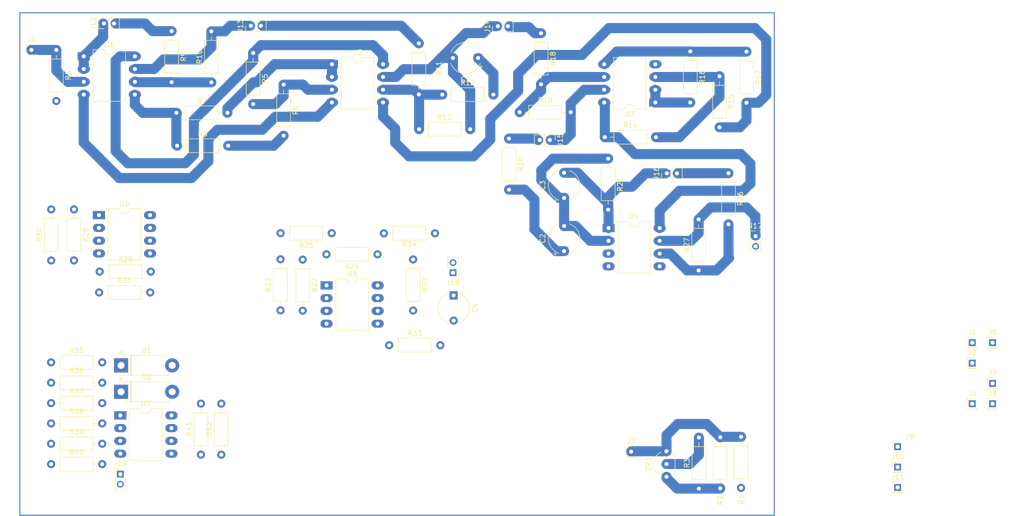
<source format=kicad_pcb>
(kicad_pcb (version 20221018) (generator pcbnew)
  (layers (0 "F.Cu" signal) (31 "B.Cu" signal) (34 "B.Paste" user) (35 "F.Paste" user) (36 "B.SilkS" user "B.Silkscreen") (37 "F.SilkS" user "F.Silkscreen") (38 "B.Mask" user) (39 "F.Mask" user) (44 "Edge.Cuts" user))
  (net 0 "")
  (net 1 "Net-(C1-Pad1)")
  (net 2 "Net-(J14-Pin_1)")
  (net 3 "Net-(C2-Pad1)")
  (net 4 "Net-(U4A--)")
  (net 5 "Net-(J16-Pin_1)")
  (net 6 "Net-(C4-Pad1)")
  (net 7 "Net-(J18-Pin_1)")
  (net 8 "Net-(D1-K)")
  (net 9 "Net-(D1-A)")
  (net 10 "Net-(D2-K)")
  (net 11 "+15V")
  (net 12 "Net-(J3-Pin_1)")
  (net 13 "-15V")
  (net 14 "INPUT")
  (net 15 "out")
  (net 16 "GND")
  (net 17 "Net-(J12-Pin_1)")
  (net 18 "out_E1")
  (net 19 "Net-(J13-Pin_1)")
  (net 20 "out_E2")
  (net 21 "out_E3")
  (net 22 "Net-(J15-Pin_1)")
  (net 23 "out_E4")
  (net 24 "out_E5")
  (net 25 "Net-(J17-Pin_1)")
  (net 26 "out_E6")
  (net 27 "out_E7")
  (net 28 "Net-(J19-Pin_1)")
  (net 29 "out_E8")
  (net 30 "Net-(ZP1-REF)")
  (net 31 "Net-(U2A-+)")
  (net 32 "Net-(U1B-+)")
  (net 33 "Net-(U2A--)")
  (net 34 "Net-(U1B--)")
  (net 35 "Net-(U2B--)")
  (net 36 "Net-(U3A-+)")
  (net 37 "Net-(U3B-+)")
  (net 38 "Net-(U3A--)")
  (net 39 "Net-(U3B--)")
  (net 40 "Net-(U5A-+)")
  (net 41 "Net-(U4B-+)")
  (net 42 "Net-(U5A--)")
  (net 43 "Net-(U4B--)")
  (net 44 "Net-(U6A-+)")
  (net 45 "Net-(U5B-+)")
  (net 46 "Net-(U6A--)")
  (net 47 "Net-(U5B--)")
  (net 48 "Net-(U6B--)")
  (net 49 "Net-(U7A--)")
  (net 50 "Net-(U7B--)")
  (footprint "Resistor_THT:R_Axial_DIN0207_L6.3mm_D2.5mm_P10.16mm_Horizontal" (layer "F.Cu") (at 21.22 97.67)
    (fp_text reference "R37")
    (fp_text value "100k")
  )
  (footprint "Resistor_THT:R_Axial_DIN0207_L6.3mm_D2.5mm_P10.16mm_Horizontal" (layer "F.Cu") (at 21.22 105.77)
    (fp_text reference "R39")
    (fp_text value "100k")
  )
  (footprint "Resistor_THT:R_Axial_DIN0207_L6.3mm_D2.5mm_P10.16mm_Horizontal" (layer "F.Cu") (at 114.37 39.78)
    (fp_text reference "R19")
    (fp_text value "47k")
  )
  (footprint "Resistor_THT:R_Axial_DIN0207_L6.3mm_D2.5mm_P10.16mm_Horizontal" (layer "F.Cu") (at 53.08 33.85 90)
    (fp_text reference "R10")
    (fp_text value "100k")
  )
  (footprint "Connector_PinHeader_2.00mm:PinHeader_1x01_P2.00mm_Vertical" (layer "F.Cu") (at 189.52 106.36)
    (fp_text reference "J9")
    (fp_text value "Conn_01x01_Pin")
  )
  (footprint "Resistor_THT:R_Axial_DIN0207_L6.3mm_D2.5mm_P10.16mm_Horizontal" (layer "F.Cu") (at 88.44 86.16)
    (fp_text reference "R33")
    (fp_text value "42k")
  )
  (footprint "Resistor_THT:R_Axial_DIN0207_L6.3mm_D2.5mm_P10.16mm_Horizontal" (layer "F.Cu") (at 149.96 71.27 90)
    (fp_text reference "R27")
    (fp_text value "50k")
  )
  (footprint "Resistor_THT:R_Axial_DIN0207_L6.3mm_D2.5mm_P10.16mm_Horizontal" (layer "F.Cu") (at 98.99 36.29)
    (fp_text reference "R12")
    (fp_text value "100")
  )
  (footprint "Resistor_THT:R_Axial_DIN0207_L6.3mm_D2.5mm_P10.16mm_Horizontal" (layer "F.Cu") (at 158.39 114.54 90)
    (fp_text reference "R1")
    (fp_text value "15k")
  )
  (footprint "Package_DIP:DIP-8_W10.16mm_LongPads" (layer "F.Cu") (at 27.715 28.66)
    (fp_text reference "U1")
    (fp_text value "TL082")
  )
  (footprint "Connector_PinHeader_2.00mm:PinHeader_1x01_P2.00mm_Vertical" (layer "F.Cu") (at 17.305 27.39)
    (fp_text reference "J6")
    (fp_text value "Conn_01x01_Pin")
  )
  (footprint "Package_DIP:DIP-8_W10.16mm_LongPads" (layer "F.Cu") (at 141.345 37.86 180)
    (fp_text reference "U3")
    (fp_text value "TL082")
  )
  (footprint "Resistor_THT:R_Axial_DIN0207_L6.3mm_D2.5mm_P10.16mm_Horizontal" (layer "F.Cu") (at 21.22 89.57)
    (fp_text reference "R35")
    (fp_text value "100k")
  )
  (footprint "Resistor_THT:R_Axial_DIN0207_L6.3mm_D2.5mm_P10.16mm_Horizontal" (layer "F.Cu") (at 21.22 109.82)
    (fp_text reference "R40")
    (fp_text value "100k")
  )
  (footprint "Connector_PinHeader_2.00mm:PinHeader_1x01_P2.00mm_Vertical" (layer "F.Cu") (at 204.35 97.81)
    (fp_text reference "J4")
    (fp_text value "Conn_01x01_Pin")
  )
  (footprint "Resistor_THT:R_Axial_DIN0207_L6.3mm_D2.5mm_P10.16mm_Horizontal" (layer "F.Cu") (at 150.01 114.69 90)
    (fp_text reference "R3")
    (fp_text value "15k")
  )
  (footprint "Package_DIP:DIP-8_W10.16mm_LongPads" (layer "F.Cu") (at 30.735 60.27)
    (fp_text reference "U6")
    (fp_text value "TL082")
  )
  (footprint "Connector_PinHeader_2.00mm:PinHeader_1x01_P2.00mm_Vertical" (layer "F.Cu") (at 208.4 93.76)
    (fp_text reference "J7")
    (fp_text value "Conn_01x01_Pin")
  )
  (footprint "Resistor_THT:R_Axial_DIN0207_L6.3mm_D2.5mm_P10.16mm_Horizontal" (layer "F.Cu") (at 159.47 27.74 -90)
    (fp_text reference "R17")
    (fp_text value "47k")
  )
  (footprint "Package_TO_SOT_THT:TO-92L_Inline_Wide" (layer "F.Cu") (at 143.57 112.34 90)
    (fp_text reference "ZP1")
    (fp_text value "TL431LP")
  )
  (footprint "Resistor_THT:R_Axial_DIN0207_L6.3mm_D2.5mm_P10.16mm_Horizontal" (layer "F.Cu") (at 148.3 27.7 -90)
    (fp_text reference "R16")
    (fp_text value "10k")
  )
  (footprint "Resistor_THT:R_Axial_DIN0207_L6.3mm_D2.5mm_P10.16mm_Horizontal" (layer "F.Cu") (at 154.11 32.63 -90)
    (fp_text reference "R15")
    (fp_text value "2k")
  )
  (footprint "Connector_PinHeader_2.00mm:PinHeader_1x02_P2.00mm_Vertical" (layer "F.Cu") (at 161.29 64.47)
    (fp_text reference "J17")
    (fp_text value "Conn_01x02")
  )
  (footprint "Connector_PinHeader_2.00mm:PinHeader_1x02_P2.00mm_Vertical" (layer "F.Cu") (at 31.735 22.13 90)
    (fp_text reference "J12")
    (fp_text value "Conn_01x02")
  )
  (footprint "Package_DIP:DIP-8_W10.16mm_LongPads" (layer "F.Cu") (at 75.985 74.25)
    (fp_text reference "U5")
    (fp_text value "TL082")
  )
  (footprint "Resistor_THT:R_Axial_DIN0207_L6.3mm_D2.5mm_P10.16mm_Horizontal" (layer "F.Cu") (at 67.45 34.3 -90)
    (fp_text reference "R6")
    (fp_text value "2k")
  )
  (footprint "Package_DIP:DIP-8_W10.16mm_LongPads" (layer "F.Cu") (at 132.045 62.84)
    (fp_text reference "U4")
    (fp_text value "TL082")
  )
  (footprint "Diode_THT:D_5W_P10.16mm_Horizontal" (layer "F.Cu") (at 35.13 90.17)
    (fp_text reference "D1")
    (fp_text value "1N914")
  )
  (footprint "Resistor_THT:R_Axial_DIN0207_L6.3mm_D2.5mm_P10.16mm_Horizontal" (layer "F.Cu") (at 131.97 49.03 -90)
    (fp_text reference "R21")
    (fp_text value "63k")
  )
  (footprint "Resistor_THT:R_Axial_DIN0207_L6.3mm_D2.5mm_P10.16mm_Horizontal" (layer "F.Cu") (at 66.83 79.22 90)
    (fp_text reference "R23")
    (fp_text value "2k")
  )
  (footprint "Resistor_THT:R_Axial_DIN0207_L6.3mm_D2.5mm_P10.16mm_Horizontal" (layer "F.Cu") (at 30.77 75.66)
    (fp_text reference "R31")
    (fp_text value "100k")
  )
  (footprint "Capacitor_THT:CP_Radial_Tantal_D6.0mm_P5.00mm" (layer "F.Cu") (at 123.21 56.84 90)
    (fp_text reference "C3")
    (fp_text value "56pF")
  )
  (footprint "Resistor_THT:R_Axial_DIN0207_L6.3mm_D2.5mm_P10.16mm_Horizontal" (layer "F.Cu") (at 51.01 107.94 90)
    (fp_text reference "R41")
    (fp_text value "100k")
  )
  (footprint "Connector_PinHeader_2.00mm:PinHeader_1x01_P2.00mm_Vertical" (layer "F.Cu") (at 189.52 114.46)
    (fp_text reference "J11")
    (fp_text value "Conn_01x01_Pin")
  )
  (footprint "Resistor_THT:R_Axial_DIN0207_L6.3mm_D2.5mm_P10.16mm_Horizontal" (layer "F.Cu") (at 131.31 44.76)
    (fp_text reference "R14")
    (fp_text value "12k")
  )
  (footprint "Connector_PinHeader_2.00mm:PinHeader_1x02_P2.00mm_Vertical" (layer "F.Cu") (at 60.93 22.59 90)
    (fp_text reference "J13")
    (fp_text value "Conn_01x02")
  )
  (footprint "Diode_THT:D_5W_P10.16mm_Horizontal" (layer "F.Cu") (at 35.13 95.42)
    (fp_text reference "D2")
    (fp_text value "1N914")
  )
  (footprint "Capacitor_THT:CP_Radial_Tantal_D6.0mm_P5.00mm" (layer "F.Cu") (at 101.25 76.25 -90)
    (fp_text reference "C4")
    (fp_text value "10nF")
  )
  (footprint "Resistor_THT:R_Axial_DIN0207_L6.3mm_D2.5mm_P10.16mm_Horizontal" (layer "F.Cu") (at 21.22 101.72)
    (fp_text reference "R38")
    (fp_text value "100k")
  )
  (footprint "Resistor_THT:R_Axial_DIN0207_L6.3mm_D2.5mm_P10.16mm_Horizontal" (layer "F.Cu") (at 30.88 71.51)
    (fp_text reference "R29")
    (fp_text value "2k")
  )
  (footprint "Resistor_THT:R_Axial_DIN0207_L6.3mm_D2.5mm_P10.16mm_Horizontal" (layer "F.Cu") (at 55.06 107.94 90)
    (fp_text reference "R42")
    (fp_text value "100k")
  )
  (footprint "Resistor_THT:R_Axial_DIN0207_L6.3mm_D2.5mm_P10.16mm_Horizontal" (layer "F.Cu") (at 93.2 69.09 -90)
    (fp_text reference "R32")
    (fp_text value "56k")
  )
  (footprint "Connector_PinHeader_2.00mm:PinHeader_1x01_P2.00mm_Vertical" (layer "F.Cu") (at 189.52 110.41)
    (fp_text reference "J10")
    (fp_text value "Conn_01x01_Pin")
  )
  (footprint "Resistor_THT:R_Axial_DIN0207_L6.3mm_D2.5mm_P10.16mm_Horizontal" (layer "F.Cu") (at 21.25 69.29 90)
    (fp_text reference "R30")
    (fp_text value "100k")
  )
  (footprint "Package_DIP:DIP-8_W10.16mm_LongPads" (layer "F.Cu") (at 77.055 30.23)
    (fp_text reference "U2")
    (fp_text value "TL082")
  )
  (footprint "Capacitor_THT:CP_Radial_Tantal_D6.0mm_P5.00mm" (layer "F.Cu") (at 106.11 29 180)
    (fp_text reference "C1")
    (fp_text value "12nF")
  )
  (footprint "Resistor_THT:R_Axial_DIN0207_L6.3mm_D2.5mm_P10.16mm_Horizontal" (layer "F.Cu") (at 71.25 69.12 -90)
    (fp_text reference "R22")
    (fp_text value "13k")
  )
  (footprint "Connector_PinHeader_2.00mm:PinHeader_1x02_P2.00mm_Vertical" (layer "F.Cu") (at 143.64 51.95 90)
    (fp_text reference "J16")
    (fp_text value "Conn_01x02")
  )
  (footprint "Connector_PinHeader_2.00mm:PinHeader_1x02_P2.00mm_Vertical" (layer "F.Cu") (at 34.98 111.82)
    (fp_text reference "J19")
    (fp_text value "Conn_01x02")
  )
  (footprint "Capacitor_THT:CP_Radial_Tantal_D6.0mm_P5.00mm" (layer "F.Cu") (at 123.21 67.43 90)
    (fp_text reference "C2")
    (fp_text value "1nF")
  )
  (footprint "Connector_PinHeader_2.00mm:PinHeader_1x01_P2.00mm_Vertical" (layer "F.Cu") (at 204.35 89.71)
    (fp_text reference "J2")
    (fp_text value "Conn_01x01_Pin")
  )
  (footprint "Resistor_THT:R_Axial_DIN0207_L6.3mm_D2.5mm_P10.16mm_Horizontal" (layer "F.Cu") (at 94.33 26.09 -90)
    (fp_text reference "R11")
    (fp_text value "10k")
  )
  (footprint "Resistor_THT:R_Axial_DIN0207_L6.3mm_D2.5mm_P10.16mm_Horizontal" (layer "F.Cu") (at 46.27 46.45)
    (fp_text reference "R8")
    (fp_text value "100k")
  )
  (footprint "Resistor_THT:R_Axial_DIN0207_L6.3mm_D2.5mm_P10.16mm_Horizontal" (layer "F.Cu") (at 45.18 23.65 -90)
    (fp_text reference "R9")
    (fp_text value "100k")
  )
  (footprint "Resistor_THT:R_Axial_DIN0207_L6.3mm_D2.5mm_P10.16mm_Horizontal" (layer "F.Cu") (at 25.77 59.13 -90)
    (fp_text reference "R28")
    (fp_text value "13k")
  )
  (footprint "Connector_PinHeader_2.00mm:PinHeader_1x01_P2.00mm_Vertical" (layer "F.Cu") (at 136.54 107.33)
    (fp_text reference "J3")
    (fp_text value "Conn_01x01_Pin")
  )
  (footprint "Resistor_THT:R_Axial_DIN0207_L6.3mm_D2.5mm_P10.16mm_Horizontal" (layer "F.Cu") (at 112.25 45.04 -90)
    (fp_text reference "R20")
    (fp_text value "4.7K")
  )
  (footprint "Resistor_THT:R_Axial_DIN0207_L6.3mm_D2.5mm_P10.16mm_Horizontal" (layer "F.Cu") (at 155.89 51.92 -90)
    (fp_text reference "R26")
    (fp_text value "100k")
  )
  (footprint "Connector_PinHeader_2.00mm:PinHeader_1x02_P2.00mm_Vertical" (layer "F.Cu") (at 110.04 22.67 90)
    (fp_text reference "J14")
    (fp_text value "Conn_01x02")
  )
  (footprint "Connector_PinHeader_2.00mm:PinHeader_1x01_P2.00mm_Vertical" (layer "F.Cu") (at 208.4 85.66)
    (fp_text reference "J5")
    (fp_text value "Conn_01x01_Pin")
  )
  (footprint "Connector_PinHeader_2.00mm:PinHeader_1x01_P2.00mm_Vertical" (layer "F.Cu") (at 204.35 85.66)
    (fp_text reference "J1")
    (fp_text value "Conn_01x01_Pin")
  )
  (footprint "Connector_PinHeader_2.00mm:PinHeader_1x02_P2.00mm_Vertical" (layer "F.Cu") (at 101.13 71.73 180)
    (fp_text reference "J18")
    (fp_text value "Conn_01x02")
  )
  (footprint "Resistor_THT:R_Axial_DIN0207_L6.3mm_D2.5mm_P10.16mm_Horizontal" (layer "F.Cu") (at 154.25 104.47 -90)
    (fp_text reference "R2")
    (fp_text value "15k")
  )
  (footprint "Resistor_THT:R_Axial_DIN0207_L6.3mm_D2.5mm_P10.16mm_Horizontal" (layer "F.Cu") (at 22.255 27.4 -90)
    (fp_text reference "R4")
    (fp_text value "15k")
  )
  (footprint "Resistor_THT:R_Axial_DIN0207_L6.3mm_D2.5mm_P10.16mm_Horizontal" (layer "F.Cu") (at 94.38 43.18)
    (fp_text reference "R13")
    (fp_text value "100k")
  )
  (footprint "Resistor_THT:R_Axial_DIN0207_L6.3mm_D2.5mm_P10.16mm_Horizontal" (layer "F.Cu") (at 46.12 39.91)
    (fp_text reference "R7")
    (fp_text value "100k")
  )
  (footprint "Resistor_THT:R_Axial_DIN0207_L6.3mm_D2.5mm_P10.16mm_Horizontal" (layer "F.Cu") (at 77.01 63.86 180)
    (fp_text reference "R25")
    (fp_text value "100k")
  )
  (footprint "Resistor_THT:R_Axial_DIN0207_L6.3mm_D2.5mm_P10.16mm_Horizontal" (layer "F.Cu") (at 118.63 24.06 -90)
    (fp_text reference "R18")
    (fp_text value "10k")
  )
  (footprint "Resistor_THT:R_Axial_DIN0207_L6.3mm_D2.5mm_P10.16mm_Horizontal" (layer "F.Cu") (at 97.54 63.89 180)
    (fp_text reference "R34")
    (fp_text value "470")
  )
  (footprint "Connector_PinHeader_2.00mm:PinHeader_1x02_P2.00mm_Vertical" (layer "F.Cu") (at 120.37 45.32 -90)
    (fp_text reference "J15")
    (fp_text value "Conn_01x02")
  )
  (footprint "Resistor_THT:R_Axial_DIN0207_L6.3mm_D2.5mm_P10.16mm_Horizontal" (layer "F.Cu") (at 61.39 28.01 -90)
    (fp_text reference "R5")
    (fp_text value "18k")
  )
  (footprint "Connector_PinHeader_2.00mm:PinHeader_1x01_P2.00mm_Vertical" (layer "F.Cu") (at 208.4 97.81)
    (fp_text reference "J8")
    (fp_text value "Conn_01x01_Pin")
  )
  (footprint "Resistor_THT:R_Axial_DIN0207_L6.3mm_D2.5mm_P10.16mm_Horizontal" (layer "F.Cu") (at 86.12 68.07 180)
    (fp_text reference "R24")
    (fp_text value "100k")
  )
  (footprint "Package_DIP:DIP-8_W10.16mm_LongPads" (layer "F.Cu") (at 34.98 100.12)
    (fp_text reference "U7")
    (fp_text value "TL082")
  )
  (footprint "Resistor_THT:R_Axial_DIN0207_L6.3mm_D2.5mm_P10.16mm_Horizontal" (layer "F.Cu") (at 21.22 93.62)
    (fp_text reference "R36")
    (fp_text value "100k")
  )
  (gr_line (start 15 120) (end 165 120) (stroke (width 0.2)) (layer "B.Cu"))
  (gr_line (start 15 20) (end 15 120) (stroke (width 0.2)) (layer "B.Cu"))
  (gr_line (start 165 20) (end 165 120) (stroke (width 0.2)) (layer "B.Cu"))
  (gr_line (start 15 20) (end 165 20) (stroke (width 0.2)) (layer "B.Cu"))
  (segment (start 109.15 36.29) (end 109.15 32.04) (width 2) (layer "B.Cu") (net 1))
  (segment (start 109.15 32.04) (end 106.11 29) (width 2) (layer "B.Cu") (net 1))
  (segment (start 104.54 43.18) (end 104.54 35.34) (width 2) (layer "B.Cu") (net 2))
  (segment (start 101.11 31.91) (end 101.11 29) (width 2) (layer "B.Cu") (net 2))
  (segment (start 107.12 24.04) (end 108.49 22.67) (width 2) (layer "B.Cu") (net 2))
  (segment (start 96.47 31.23) (end 91.31 31.23) (width 2) (layer "B.Cu") (net 2))
  (segment (start 87.215 32.77) (end 89.77 32.77) (width 2) (layer "B.Cu") (net 2))
  (segment (start 104.54 35.34) (end 101.11 31.91) (width 2) (layer "B.Cu") (net 2))
  (segment (start 103.72 24.04) (end 98.76 29) (width 2) (layer "B.Cu") (net 2))
  (segment (start 107.12 24.04) (end 103.72 24.04) (width 2) (layer "B.Cu") (net 2))
  (segment (start 98.76 29) (end 96.5 31.26) (width 2) (layer "B.Cu") (net 2))
  (segment (start 89.77 32.77) (end 91.31 31.23) (width 2) (layer "B.Cu") (net 2))
  (segment (start 108.49 22.67) (end 109.865 22.67) (width 2) (layer "B.Cu") (net 2))
  (segment (start 96.5 31.26) (end 96.47 31.23) (width 2) (layer "B.Cu") (net 2))
  (segment (start 101.11 29) (end 98.76 29) (width 2) (layer "B.Cu") (net 2))
  (segment (start 117.31 63.06) (end 117.31 57.16) (width 2) (layer "B.Cu") (net 3))
  (segment (start 123.21 67.43) (end 121.68 67.43) (width 2) (layer "B.Cu") (net 3))
  (segment (start 117.31 57.16) (end 115.35 55.2) (width 2) (layer "B.Cu") (net 3))
  (segment (start 121.68 67.43) (end 117.31 63.06) (width 2) (layer "B.Cu") (net 3))
  (segment (start 115.35 55.2) (end 112.25 55.2) (width 2) (layer "B.Cu") (net 3))
  (segment (start 118.68 53.31) (end 122.21 56.84) (width 2) (layer "B.Cu") (net 4))
  (segment (start 120.99 49.03) (end 118.68 51.34) (width 2) (layer "B.Cu") (net 4))
  (segment (start 132.045 65.38) (end 128.41 65.38) (width 2) (layer "B.Cu") (net 4))
  (segment (start 123.21 56.84) (end 123.21 62.43) (width 2) (layer "B.Cu") (net 4))
  (segment (start 131.97 49.03) (end 120.99 49.03) (width 2) (layer "B.Cu") (net 4))
  (segment (start 122.21 56.84) (end 123.21 56.84) (width 2) (layer "B.Cu") (net 4))
  (segment (start 125.46 62.43) (end 123.21 62.43) (width 2) (layer "B.Cu") (net 4))
  (segment (start 118.68 51.34) (end 118.68 53.31) (width 2) (layer "B.Cu") (net 4))
  (segment (start 128.41 65.38) (end 125.46 62.43) (width 2) (layer "B.Cu") (net 4))
  (segment (start 132.045 59.265) (end 131.97 59.19) (width 2) (layer "B.Cu") (net 5))
  (segment (start 136.7 54.62) (end 139.37 51.95) (width 2) (layer "B.Cu") (net 5))
  (segment (start 131.97 59.19) (end 131.97 56.65) (width 2) (layer "B.Cu") (net 5))
  (segment (start 125.88 51.84) (end 123.21 51.84) (width 2) (layer "B.Cu") (net 5))
  (segment (start 131.97 57.93) (end 125.88 51.84) (width 2) (layer "B.Cu") (net 5))
  (segment (start 134 54.62) (end 136.7 54.62) (width 2) (layer "B.Cu") (net 5))
  (segment (start 131.97 59.19) (end 131.97 57.93) (width 2) (layer "B.Cu") (net 5))
  (segment (start 131.97 56.65) (end 134 54.62) (width 2) (layer "B.Cu") (net 5))
  (segment (start 139.37 51.95) (end 143.315 51.95) (width 2) (layer "B.Cu") (net 5))
  (segment (start 132.045 62.84) (end 132.045 59.265) (width 2) (layer "B.Cu") (net 5))
  (segment (start 51.49 39.45) (end 49.61 41.33) (width 2) (layer "B.Cu") (net 11))
  (segment (start 34.92 28.66) (end 37.875 28.66) (width 2) (layer "B.Cu") (net 11))
  (segment (start 87.215 30.23) (end 87.215 28.455) (width 2) (layer "B.Cu") (net 11))
  (segment (start 61.39 28.01) (end 61.39 29.6) (width 2) (layer "B.Cu") (net 11))
  (segment (start 160.16 54.02) (end 158.76 55.42) (width 2) (layer "B.Cu") (net 11))
  (segment (start 160.26 50.04) (end 160.26 54.02) (width 2) (layer "B.Cu") (net 11))
  (segment (start 131.31 44.76) (end 131.31 37.985) (width 2) (layer "B.Cu") (net 11))
  (segment (start 49.61 41.33) (end 49.61 48.22) (width 2) (layer "B.Cu") (net 11))
  (segment (start 133.93 44.76) (end 137.29 48.12) (width 2) (layer "B.Cu") (net 11))
  (segment (start 131.31 44.76) (end 133.93 44.76) (width 2) (layer "B.Cu") (net 11))
  (segment (start 47.9 49.93) (end 36.45 49.93) (width 2) (layer "B.Cu") (net 11))
  (segment (start 87.215 28.455) (end 85.2 26.44) (width 2) (layer "B.Cu") (net 11))
  (segment (start 51.54 39.45) (end 51.49 39.45) (width 2) (layer "B.Cu") (net 11))
  (segment (start 158.76 55.42) (end 146.16 55.42) (width 2) (layer "B.Cu") (net 11))
  (segment (start 142.205 59.375) (end 142.205 62.84) (width 2) (layer "B.Cu") (net 11))
  (segment (start 61.39 29.6) (end 51.54 39.45) (width 2) (layer "B.Cu") (net 11))
  (segment (start 34.05 29.53) (end 34.92 28.66) (width 2) (layer "B.Cu") (net 11))
  (segment (start 62.96 26.44) (end 61.39 28.01) (width 2) (layer "B.Cu") (net 11))
  (segment (start 49.61 48.22) (end 47.9 49.93) (width 2) (layer "B.Cu") (net 11))
  (segment (start 146.16 55.42) (end 142.205 59.375) (width 2) (layer "B.Cu") (net 11))
  (segment (start 160.26 54.02) (end 160.16 54.02) (width 2) (layer "B.Cu") (net 11))
  (segment (start 36.45 49.93) (end 34.05 47.53) (width 2) (layer "B.Cu") (net 11))
  (segment (start 85.2 26.44) (end 62.96 26.44) (width 2) (layer "B.Cu") (net 11))
  (segment (start 158.34 48.12) (end 160.26 50.04) (width 2) (layer "B.Cu") (net 11))
  (segment (start 137.29 48.12) (end 158.34 48.12) (width 2) (layer "B.Cu") (net 11))
  (segment (start 131.31 37.985) (end 131.185 37.86) (width 2) (layer "B.Cu") (net 11))
  (segment (start 34.05 47.53) (end 34.05 29.53) (width 2) (layer "B.Cu") (net 11))
  (segment (start 143.57 107.26) (end 143.57 104.06) (width 2) (layer "B.Cu") (net 12))
  (segment (start 143.57 107.26) (end 136.61 107.26) (width 2) (layer "B.Cu") (net 12))
  (segment (start 158.39 104.38) (end 154.34 104.38) (width 2) (layer "B.Cu") (net 12))
  (segment (start 145.8 101.83) (end 151.61 101.83) (width 2) (layer "B.Cu") (net 12))
  (segment (start 136.61 107.26) (end 136.54 107.33) (width 2) (layer "B.Cu") (net 12))
  (segment (start 154.34 104.38) (end 154.25 104.47) (width 2) (layer "B.Cu") (net 12))
  (segment (start 151.61 101.83) (end 154.25 104.47) (width 2) (layer "B.Cu") (net 12))
  (segment (start 143.57 104.06) (end 145.8 101.83) (width 2) (layer "B.Cu") (net 12))
  (segment (start 52.49 45.1) (end 52.49 49.53) (width 2) (layer "B.Cu") (net 13))
  (segment (start 34.76 52.88) (end 27.715 45.835) (width 2) (layer "B.Cu") (net 13))
  (segment (start 27.715 45.835) (end 27.715 36.28) (width 2) (layer "B.Cu") (net 13))
  (segment (start 77.055 37.85) (end 74.235 40.67) (width 2) (layer "B.Cu") (net 13))
  (segment (start 65.79 40.7) (end 63.21 43.28) (width 2) (layer "B.Cu") (net 13))
  (segment (start 52.49 49.53) (end 49.14 52.88) (width 2) (layer "B.Cu") (net 13))
  (segment (start 68.51 40.67) (end 68.48 40.7) (width 2) (layer "B.Cu") (net 13))
  (segment (start 63.21 43.28) (end 54.31 43.28) (width 2) (layer "B.Cu") (net 13))
  (segment (start 74.235 40.67) (end 68.51 40.67) (width 2) (layer "B.Cu") (net 13))
  (segment (start 49.14 52.88) (end 34.76 52.88) (width 2) (layer "B.Cu") (net 13))
  (segment (start 54.31 43.28) (end 52.49 45.1) (width 2) (layer "B.Cu") (net 13))
  (segment (start 68.48 40.7) (end 65.79 40.7) (width 2) (layer "B.Cu") (net 13))
  (segment (start 17.315 27.4) (end 17.305 27.39) (width 2) (layer "B.Cu") (net 14))
  (segment (start 22.255 31.48) (end 24.515 33.74) (width 2) (layer "B.Cu") (net 14))
  (segment (start 22.255 27.4) (end 17.315 27.4) (width 2) (layer "B.Cu") (net 14))
  (segment (start 22.255 27.4) (end 22.255 31.48) (width 2) (layer "B.Cu") (net 14))
  (segment (start 24.515 33.74) (end 27.715 33.74) (width 2) (layer "B.Cu") (net 14))
  (segment (start 143.57 109.8) (end 148.19 109.8) (width 2) (layer "B.Cu") (net 16))
  (segment (start 114.07 35.58) (end 114.07 32.09) (width 2) (layer "B.Cu") (net 16))
  (segment (start 161.86 37.9) (end 159.47 37.9) (width 2) (layer "B.Cu") (net 16))
  (segment (start 117.77 28.39) (end 126.77 28.39) (width 2) (layer "B.Cu") (net 16))
  (segment (start 108.53 41.12) (end 114.07 35.58) (width 2) (layer "B.Cu") (net 16))
  (segment (start 158.14 42.79) (end 154.11 42.79) (width 2) (layer "B.Cu") (net 16))
  (segment (start 161.14 23.05) (end 163.4 25.31) (width 2) (layer "B.Cu") (net 16))
  (segment (start 87.215 37.85) (end 87.215 40.65) (width 2) (layer "B.Cu") (net 16))
  (segment (start 87.215 40.65) (end 89.63 43.065) (width 2) (layer "B.Cu") (net 16))
  (segment (start 163.4 36.36) (end 161.86 37.9) (width 2) (layer "B.Cu") (net 16))
  (segment (start 89.63 45.82) (end 92.38 48.57) (width 2) (layer "B.Cu") (net 16))
  (segment (start 108.53 45.23) (end 108.53 41.12) (width 2) (layer "B.Cu") (net 16))
  (segment (start 65.46 46.45) (end 56.43 46.45) (width 2) (layer "B.Cu") (net 16))
  (segment (start 67.45 44.46) (end 65.46 46.45) (width 2) (layer "B.Cu") (net 16))
  (segment (start 92.38 48.57) (end 105.19 48.57) (width 2) (layer "B.Cu") (net 16))
  (segment (start 105.19 48.57) (end 108.53 45.23) (width 2) (layer "B.Cu") (net 16))
  (segment (start 132.11 23.05) (end 161.14 23.05) (width 2) (layer "B.Cu") (net 16))
  (segment (start 163.4 25.31) (end 163.4 36.36) (width 2) (layer "B.Cu") (net 16))
  (segment (start 126.77 28.39) (end 132.11 23.05) (width 2) (layer "B.Cu") (net 16))
  (segment (start 89.63 43.065) (end 89.63 45.82) (width 2) (layer "B.Cu") (net 16))
  (segment (start 159.47 41.46) (end 158.14 42.79) (width 2) (layer "B.Cu") (net 16))
  (segment (start 150.01 107.98) (end 150.01 104.53) (width 2) (layer "B.Cu") (net 16))
  (segment (start 159.47 37.9) (end 159.47 41.46) (width 2) (layer "B.Cu") (net 16))
  (segment (start 148.19 109.8) (end 150.01 107.98) (width 2) (layer "B.Cu") (net 16))
  (segment (start 114.07 32.09) (end 117.77 28.39) (width 2) (layer "B.Cu") (net 16))
  (segment (start 27.715 28.66) (end 31.56 24.815) (width 2) (layer "B.Cu") (net 17))
  (segment (start 31.56 24.815) (end 31.56 22.13) (width 2) (layer "B.Cu") (net 17))
  (segment (start 27.715 31.2) (end 27.715 28.66) (width 2) (layer "B.Cu") (net 17))
  (segment (start 41.4 23.65) (end 39.88 22.13) (width 2) (layer "B.Cu") (net 18))
  (segment (start 45.18 23.65) (end 41.4 23.65) (width 2) (layer "B.Cu") (net 18))
  (segment (start 39.88 22.13) (end 34.06 22.13) (width 2) (layer "B.Cu") (net 18))
  (segment (start 55.75 23.69) (end 56.85 22.59) (width 2) (layer "B.Cu") (net 19))
  (segment (start 53.08 23.69) (end 55.75 23.69) (width 2) (layer "B.Cu") (net 19))
  (segment (start 43.59 29.28) (end 41.67 31.2) (width 2) (layer "B.Cu") (net 19))
  (segment (start 56.85 22.59) (end 60.755 22.59) (width 2) (layer "B.Cu") (net 19))
  (segment (start 53.08 23.69) (end 53.08 26.87) (width 2) (layer "B.Cu") (net 19))
  (segment (start 53.08 26.87) (end 50.67 29.28) (width 2) (layer "B.Cu") (net 19))
  (segment (start 50.67 29.28) (end 43.59 29.28) (width 2) (layer "B.Cu") (net 19))
  (segment (start 41.65 31.18) (end 37.875 31.18) (width 2) (layer "B.Cu") (net 19))
  (segment (start 41.67 31.2) (end 41.65 31.18) (width 2) (layer "B.Cu") (net 19))
  (segment (start 94.33 26.09) (end 90.83 22.59) (width 2) (layer "B.Cu") (net 20))
  (segment (start 90.83 22.59) (end 63.255 22.59) (width 2) (layer "B.Cu") (net 20))
  (segment (start 112.365 22.86) (end 112.365 22.67) (width 2) (layer "B.Cu") (net 21))
  (segment (start 116.19 22.86) (end 112.365 22.86) (width 2) (layer "B.Cu") (net 21))
  (segment (start 118.63 24.06) (end 117.39 24.06) (width 2) (layer "B.Cu") (net 21))
  (segment (start 117.39 24.06) (end 116.19 22.86) (width 2) (layer "B.Cu") (net 21))
  (segment (start 124.53 44.16) (end 123.37 45.32) (width 2) (layer "B.Cu") (net 22))
  (segment (start 127.23 35.32) (end 131.185 35.32) (width 2) (layer "B.Cu") (net 22))
  (segment (start 124.53 39.78) (end 124.53 44.16) (width 2) (layer "B.Cu") (net 22))
  (segment (start 124.53 38.02) (end 127.23 35.32) (width 2) (layer "B.Cu") (net 22))
  (segment (start 123.37 45.32) (end 120.545 45.32) (width 2) (layer "B.Cu") (net 22))
  (segment (start 124.53 39.78) (end 124.53 38.02) (width 2) (layer "B.Cu") (net 22))
  (segment (start 112.25 45.04) (end 117.765 45.04) (width 2) (layer "B.Cu") (net 23))
  (segment (start 117.765 45.04) (end 118.045 45.32) (width 2) (layer "B.Cu") (net 23))
  (segment (start 145.845 51.92) (end 145.815 51.95) (width 2) (layer "B.Cu") (net 24))
  (segment (start 155.89 51.92) (end 145.845 51.92) (width 2) (layer "B.Cu") (net 24))
  (segment (start 161.24 60.48) (end 161.24 64.295) (width 2) (layer "B.Cu") (net 25))
  (segment (start 152.33 58.74) (end 159.47 58.74) (width 2) (layer "B.Cu") (net 25))
  (segment (start 148.42 65.38) (end 149.96 63.84) (width 2) (layer "B.Cu") (net 25))
  (segment (start 149.96 63.84) (end 149.96 61.11) (width 2) (layer "B.Cu") (net 25))
  (segment (start 149.96 61.11) (end 152.33 58.74) (width 2) (layer "B.Cu") (net 25))
  (segment (start 142.205 65.38) (end 148.42 65.38) (width 2) (layer "B.Cu") (net 25))
  (segment (start 161.24 64.295) (end 161.29 64.295) (width 2) (layer "B.Cu") (net 25))
  (segment (start 159.47 58.74) (end 161.21 60.48) (width 2) (layer "B.Cu") (net 25))
  (segment (start 161.21 60.48) (end 161.24 60.48) (width 2) (layer "B.Cu") (net 25))
  (segment (start 143.57 112.57) (end 145.69 114.69) (width 2) (layer "B.Cu") (net 30))
  (segment (start 145.69 114.69) (end 150.01 114.69) (width 2) (layer "B.Cu") (net 30))
  (segment (start 154.19 114.69) (end 154.25 114.63) (width 2) (layer "B.Cu") (net 30))
  (segment (start 150.01 114.69) (end 154.19 114.69) (width 2) (layer "B.Cu") (net 30))
  (segment (start 143.57 112.34) (end 143.57 112.57) (width 2) (layer "B.Cu") (net 30))
  (segment (start 67.45 36.54) (end 67.45 34.3) (width 2) (layer "B.Cu") (net 31))
  (segment (start 72.28 35.31) (end 77.055 35.31) (width 2) (layer "B.Cu") (net 31))
  (segment (start 71.27 34.3) (end 72.28 35.31) (width 2) (layer "B.Cu") (net 31))
  (segment (start 65.82 38.17) (end 67.45 36.54) (width 2) (layer "B.Cu") (net 31))
  (segment (start 67.45 34.3) (end 71.27 34.3) (width 2) (layer "B.Cu") (net 31))
  (segment (start 61.39 38.17) (end 65.82 38.17) (width 2) (layer "B.Cu") (net 31))
  (segment (start 39.45 39.91) (end 46.12 39.91) (width 2) (layer "B.Cu") (net 32))
  (segment (start 37.875 36.31) (end 37.875 38.335) (width 2) (layer "B.Cu") (net 32))
  (segment (start 46.12 46.3) (end 46.27 46.45) (width 2) (layer "B.Cu") (net 32))
  (segment (start 46.23 40.02) (end 46.12 39.91) (width 2) (layer "B.Cu") (net 32))
  (segment (start 46.12 39.91) (end 46.12 46.3) (width 2) (layer "B.Cu") (net 32))
  (segment (start 37.875 38.335) (end 39.45 39.91) (width 2) (layer "B.Cu") (net 32))
  (segment (start 62.07 33.83) (end 65.67 30.23) (width 2) (layer "B.Cu") (net 33))
  (segment (start 65.67 30.23) (end 77.055 30.23) (width 2) (layer "B.Cu") (net 33))
  (segment (start 56.28 39.91) (end 56.28 39) (width 2) (layer "B.Cu") (net 33))
  (segment (start 77.055 30.23) (end 77.055 32.77) (width 2) (layer "B.Cu") (net 33))
  (segment (start 61.45 33.83) (end 62.07 33.83) (width 2) (layer "B.Cu") (net 33))
  (segment (start 56.28 39) (end 61.45 33.83) (width 2) (layer "B.Cu") (net 33))
  (segment (start 53.08 33.85) (end 45.22 33.85) (width 2) (layer "B.Cu") (net 34))
  (segment (start 37.945 33.81) (end 37.875 33.74) (width 2) (layer "B.Cu") (net 34))
  (segment (start 45.22 33.85) (end 45.18 33.81) (width 2) (layer "B.Cu") (net 34))
  (segment (start 45.18 33.81) (end 37.945 33.81) (width 2) (layer "B.Cu") (net 34))
  (segment (start 37.935 33.68) (end 37.875 33.74) (width 2) (layer "B.Cu") (net 34))
  (segment (start 94.38 36.3) (end 94.33 36.25) (width 2) (layer "B.Cu") (net 35))
  (segment (start 93.39 35.31) (end 87.215 35.31) (width 2) (layer "B.Cu") (net 35))
  (segment (start 94.38 43.18) (end 94.38 36.3) (width 2) (layer "B.Cu") (net 35))
  (segment (start 94.33 36.25) (end 93.39 35.31) (width 2) (layer "B.Cu") (net 35))
  (segment (start 98.99 36.29) (end 94.37 36.29) (width 2) (layer "B.Cu") (net 35))
  (segment (start 94.4 36.32) (end 94.33 36.25) (width 2) (layer "B.Cu") (net 35))
  (segment (start 94.37 36.29) (end 94.33 36.25) (width 2) (layer "B.Cu") (net 35))
  (segment (start 141.345 32.78) (end 153.96 32.78) (width 2) (layer "B.Cu") (net 36))
  (segment (start 141.47 44.76) (end 146.11 44.76) (width 2) (layer "B.Cu") (net 36))
  (segment (start 153.96 32.78) (end 154.11 32.63) (width 2) (layer "B.Cu") (net 36))
  (segment (start 154.11 36.76) (end 154.11 32.63) (width 2) (layer "B.Cu") (net 36))
  (segment (start 146.11 44.76) (end 154.11 36.76) (width 2) (layer "B.Cu") (net 36))
  (segment (start 148.34 27.66) (end 148.3 27.7) (width 2) (layer "B.Cu") (net 37))
  (segment (start 133.725 27.7) (end 131.185 30.24) (width 2) (layer "B.Cu") (net 37))
  (segment (start 148.34 27.74) (end 148.3 27.7) (width 2) (layer "B.Cu") (net 37))
  (segment (start 159.47 27.74) (end 148.34 27.74) (width 2) (layer "B.Cu") (net 37))
  (segment (start 148.3 27.7) (end 133.725 27.7) (width 2) (layer "B.Cu") (net 37))
  (segment (start 141.345 35.32) (end 141.345 37.86) (width 2) (layer "B.Cu") (net 38))
  (segment (start 141.355 37.85) (end 141.345 37.86) (width 2) (layer "B.Cu") (net 38))
  (segment (start 148.3 37.86) (end 141.345 37.86) (width 2) (layer "B.Cu") (net 38))
  (segment (start 131.185 32.78) (end 120.07 32.78) (width 2) (layer "B.Cu") (net 39))
  (segment (start 118.63 35.52) (end 114.37 39.78) (width 2) (layer "B.Cu") (net 39))
  (segment (start 118.63 34.22) (end 118.63 35.52) (width 2) (layer "B.Cu") (net 39))
  (segment (start 120.07 32.78) (end 118.63 34.22) (width 2) (layer "B.Cu") (net 39))
  (segment (start 149.96 71.27) (end 153.5 71.27) (width 2) (layer "B.Cu") (net 43))
  (segment (start 147.68 71.27) (end 149.96 71.27) (width 2) (layer "B.Cu") (net 43))
  (segment (start 155.89 68.64) (end 155.89 62.08) (width 2) (layer "B.Cu") (net 43))
  (segment (start 142.205 67.92) (end 144.33 67.92) (width 2) (layer "B.Cu") (net 43))
  (segment (start 144.33 67.92) (end 147.68 71.27) (width 2) (layer "B.Cu") (net 43))
  (segment (start 153.5 71.27) (end 156.01 68.76) (width 2) (layer "B.Cu") (net 43))
  (segment (start 156.01 68.76) (end 155.89 68.64) (width 2) (layer "B.Cu") (net 43))
)
</source>
